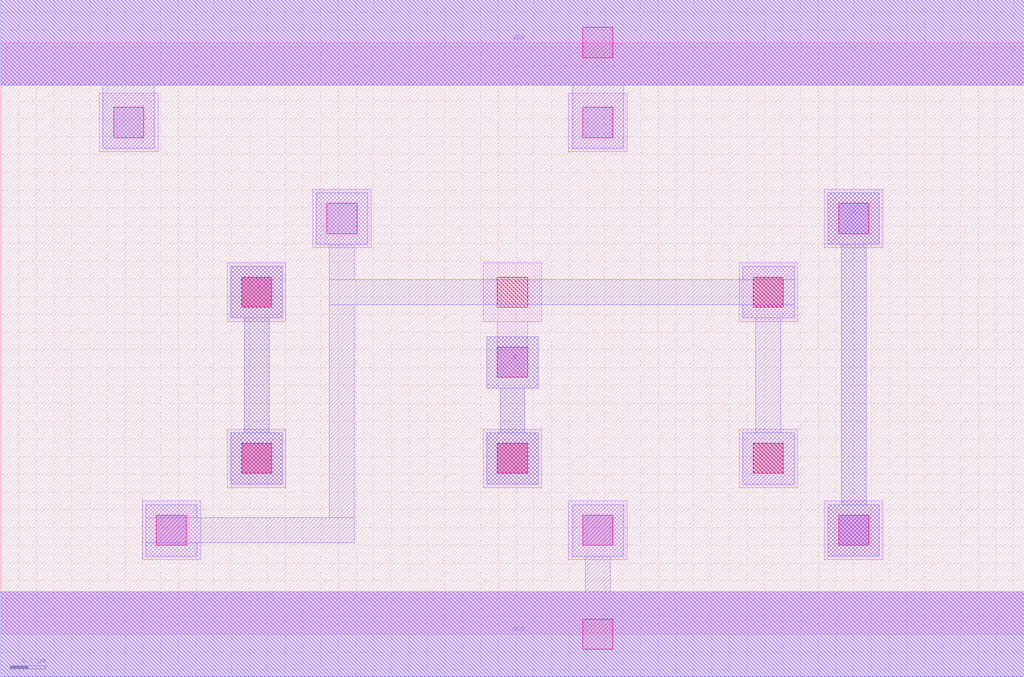
<source format=lef>
MACRO AND2X2
 CLASS CORE ;
 FOREIGN AND2X2 0 0 ;
 SIZE 5.76 BY 3.33 ;
 ORIGIN 0 0 ;
 SYMMETRY X Y R90 ;
 SITE unit ;
  PIN VDD
   DIRECTION INOUT ;
   USE POWER ;
   SHAPE ABUTMENT ;
    PORT
     CLASS CORE ;
       LAYER li1 ;
        RECT 0.00000000 3.09000000 5.76000000 3.57000000 ;
       LAYER met1 ;
        RECT 0.00000000 3.09000000 5.76000000 3.57000000 ;
    END
  END VDD

  PIN GND
   DIRECTION INOUT ;
   USE POWER ;
   SHAPE ABUTMENT ;
    PORT
     CLASS CORE ;
       LAYER li1 ;
        RECT 0.00000000 -0.24000000 5.76000000 0.24000000 ;
       LAYER met1 ;
        RECT 0.00000000 -0.24000000 5.76000000 0.24000000 ;
    END
  END GND

  PIN Y
   DIRECTION INOUT ;
   USE SIGNAL ;
   SHAPE ABUTMENT ;
    PORT
     CLASS CORE ;
       LAYER met1 ;
        RECT 4.65500000 0.44000000 4.94500000 0.73000000 ;
        RECT 4.73000000 0.73000000 4.87000000 2.19500000 ;
        RECT 4.65500000 2.19500000 4.94500000 2.48500000 ;
    END
  END Y

  PIN B
   DIRECTION INOUT ;
   USE SIGNAL ;
   SHAPE ABUTMENT ;
    PORT
     CLASS CORE ;
       LAYER met1 ;
        RECT 2.73500000 0.84500000 3.02500000 1.13500000 ;
        RECT 2.81000000 1.13500000 2.95000000 1.38500000 ;
        RECT 2.73500000 1.38500000 3.02500000 1.67500000 ;
    END
  END B

  PIN A
   DIRECTION INOUT ;
   USE SIGNAL ;
   SHAPE ABUTMENT ;
    PORT
     CLASS CORE ;
       LAYER met1 ;
        RECT 1.29500000 0.84500000 1.58500000 1.13500000 ;
        RECT 1.37000000 1.13500000 1.51000000 1.78000000 ;
        RECT 1.29500000 1.78000000 1.58500000 2.07000000 ;
    END
  END A

 OBS
    LAYER polycont ;
     RECT 1.35500000 0.90500000 1.52500000 1.07500000 ;
     RECT 2.79500000 0.90500000 2.96500000 1.07500000 ;
     RECT 4.23500000 0.90500000 4.40500000 1.07500000 ;
     RECT 1.35500000 1.84000000 1.52500000 2.01000000 ;
     RECT 2.79500000 1.84000000 2.96500000 2.01000000 ;
     RECT 4.23500000 1.84000000 4.40500000 2.01000000 ;

    LAYER pdiffc ;
     RECT 1.83500000 2.25500000 2.00500000 2.42500000 ;
     RECT 4.71500000 2.25500000 4.88500000 2.42500000 ;
     RECT 0.63500000 2.79500000 0.80500000 2.96500000 ;
     RECT 3.27500000 2.79500000 3.44500000 2.96500000 ;

    LAYER ndiffc ;
     RECT 0.87500000 0.50000000 1.04500000 0.67000000 ;
     RECT 3.27500000 0.50000000 3.44500000 0.67000000 ;
     RECT 4.71500000 0.50000000 4.88500000 0.67000000 ;

    LAYER li1 ;
     RECT 0.00000000 -0.24000000 5.76000000 0.24000000 ;
     RECT 0.79500000 0.42000000 1.12500000 0.75000000 ;
     RECT 3.19500000 0.42000000 3.52500000 0.75000000 ;
     RECT 4.63500000 0.42000000 4.96500000 0.75000000 ;
     RECT 1.27500000 0.82500000 1.60500000 1.15500000 ;
     RECT 2.71500000 0.82500000 3.04500000 1.15500000 ;
     RECT 4.15500000 0.82500000 4.48500000 1.15500000 ;
     RECT 1.27500000 1.76000000 1.60500000 2.09000000 ;
     RECT 2.79500000 1.44500000 2.96500000 1.76000000 ;
     RECT 2.71500000 1.76000000 3.04500000 2.09000000 ;
     RECT 4.15500000 1.76000000 4.48500000 2.09000000 ;
     RECT 1.75500000 2.17500000 2.08500000 2.50500000 ;
     RECT 4.63500000 2.17500000 4.96500000 2.50500000 ;
     RECT 0.55500000 2.71500000 0.88500000 3.04500000 ;
     RECT 3.19500000 2.71500000 3.52500000 3.04500000 ;
     RECT 0.00000000 3.09000000 5.76000000 3.57000000 ;

    LAYER viali ;
     RECT 3.27500000 -0.08500000 3.44500000 0.08500000 ;
     RECT 0.87500000 0.50000000 1.04500000 0.67000000 ;
     RECT 3.27500000 0.50000000 3.44500000 0.67000000 ;
     RECT 4.71500000 0.50000000 4.88500000 0.67000000 ;
     RECT 1.35500000 0.90500000 1.52500000 1.07500000 ;
     RECT 2.79500000 0.90500000 2.96500000 1.07500000 ;
     RECT 4.23500000 0.90500000 4.40500000 1.07500000 ;
     RECT 2.79500000 1.44500000 2.96500000 1.61500000 ;
     RECT 1.35500000 1.84000000 1.52500000 2.01000000 ;
     RECT 4.23500000 1.84000000 4.40500000 2.01000000 ;
     RECT 1.83500000 2.25500000 2.00500000 2.42500000 ;
     RECT 4.71500000 2.25500000 4.88500000 2.42500000 ;
     RECT 0.63500000 2.79500000 0.80500000 2.96500000 ;
     RECT 3.27500000 2.79500000 3.44500000 2.96500000 ;
     RECT 3.27500000 3.24500000 3.44500000 3.41500000 ;

    LAYER met1 ;
     RECT 0.00000000 -0.24000000 5.76000000 0.24000000 ;
     RECT 3.29000000 0.24000000 3.43000000 0.44000000 ;
     RECT 3.21500000 0.44000000 3.50500000 0.73000000 ;
     RECT 2.73500000 0.84500000 3.02500000 1.13500000 ;
     RECT 2.81000000 1.13500000 2.95000000 1.38500000 ;
     RECT 2.73500000 1.38500000 3.02500000 1.67500000 ;
     RECT 1.29500000 0.84500000 1.58500000 1.13500000 ;
     RECT 1.37000000 1.13500000 1.51000000 1.78000000 ;
     RECT 1.29500000 1.78000000 1.58500000 2.07000000 ;
     RECT 0.81500000 0.44000000 1.10500000 0.51500000 ;
     RECT 0.81500000 0.51500000 1.99000000 0.65500000 ;
     RECT 0.81500000 0.65500000 1.10500000 0.73000000 ;
     RECT 4.17500000 0.84500000 4.46500000 1.13500000 ;
     RECT 4.25000000 1.13500000 4.39000000 1.78000000 ;
     RECT 1.85000000 0.65500000 1.99000000 1.85500000 ;
     RECT 4.17500000 1.78000000 4.46500000 1.85500000 ;
     RECT 1.85000000 1.85500000 4.46500000 1.99500000 ;
     RECT 4.17500000 1.99500000 4.46500000 2.07000000 ;
     RECT 1.85000000 1.99500000 1.99000000 2.19500000 ;
     RECT 1.77500000 2.19500000 2.06500000 2.48500000 ;
     RECT 4.65500000 0.44000000 4.94500000 0.73000000 ;
     RECT 4.73000000 0.73000000 4.87000000 2.19500000 ;
     RECT 4.65500000 2.19500000 4.94500000 2.48500000 ;
     RECT 0.57500000 2.73500000 0.86500000 3.09000000 ;
     RECT 3.21500000 2.73500000 3.50500000 3.09000000 ;
     RECT 0.00000000 3.09000000 5.76000000 3.57000000 ;

 END
END AND2X2

</source>
